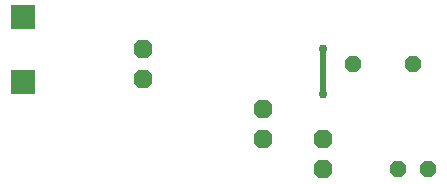
<source format=gbl>
G75*
%MOIN*%
%OFA0B0*%
%FSLAX25Y25*%
%IPPOS*%
%LPD*%
%AMOC8*
5,1,8,0,0,1.08239X$1,22.5*
%
%ADD10OC8,0.06300*%
%ADD11OC8,0.05200*%
%ADD12R,0.08268X0.08268*%
%ADD13C,0.02978*%
%ADD14C,0.02000*%
D10*
X0082000Y0067000D03*
X0082000Y0077000D03*
X0122000Y0057000D03*
X0122000Y0047000D03*
X0142000Y0047000D03*
X0142000Y0037000D03*
D11*
X0167000Y0037000D03*
X0177000Y0037000D03*
X0172000Y0072000D03*
X0152000Y0072000D03*
D12*
X0042000Y0066173D03*
X0042000Y0087827D03*
D13*
X0142000Y0077000D03*
X0142000Y0062000D03*
D14*
X0142000Y0077000D01*
M02*

</source>
